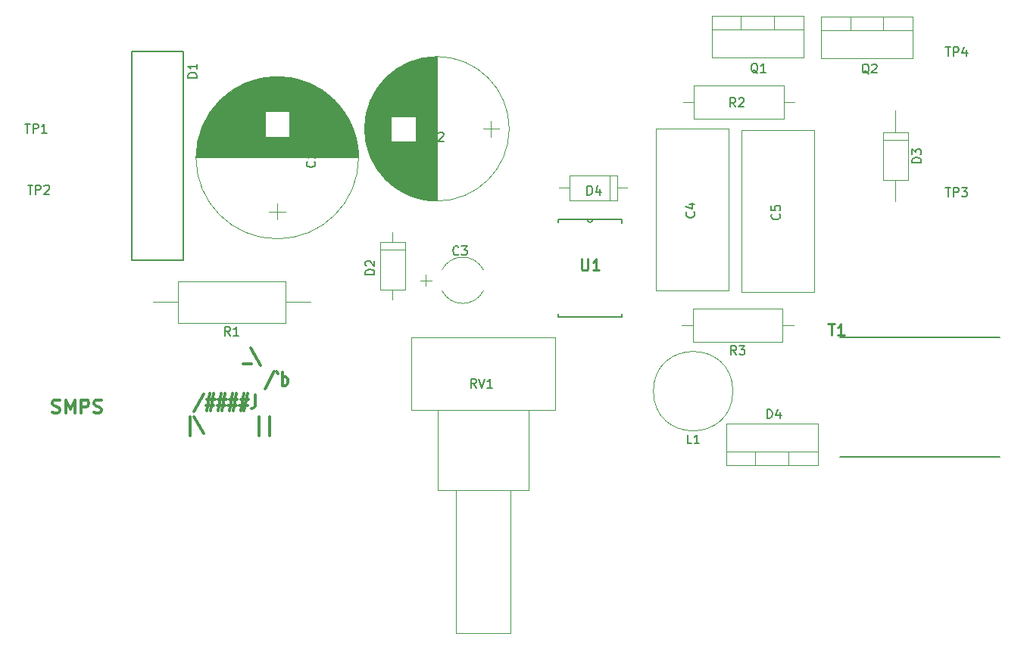
<source format=gbr>
G04 #@! TF.FileFunction,Legend,Top*
%FSLAX46Y46*%
G04 Gerber Fmt 4.6, Leading zero omitted, Abs format (unit mm)*
G04 Created by KiCad (PCBNEW 4.0.7) date 02/11/18 23:41:10*
%MOMM*%
%LPD*%
G01*
G04 APERTURE LIST*
%ADD10C,0.100000*%
%ADD11C,0.300000*%
%ADD12C,0.120000*%
%ADD13C,0.150000*%
%ADD14C,0.127000*%
%ADD15C,0.152400*%
%ADD16C,0.254000*%
G04 APERTURE END LIST*
D10*
D11*
X93558096Y-82706429D02*
X94510477Y-82706429D01*
X94391429Y-80920714D02*
X95462858Y-82849286D01*
X97040239Y-83542143D02*
X95968811Y-85470714D01*
X97278335Y-83542143D02*
X97456906Y-83756429D01*
X97933096Y-85113571D02*
X97933096Y-83613571D01*
X97933096Y-84185000D02*
X98052144Y-84113571D01*
X98290239Y-84113571D01*
X98409287Y-84185000D01*
X98468810Y-84256429D01*
X98528334Y-84399286D01*
X98528334Y-84827857D01*
X98468810Y-84970714D01*
X98409287Y-85042143D01*
X98290239Y-85113571D01*
X98052144Y-85113571D01*
X97933096Y-85042143D01*
X89153333Y-86092143D02*
X88081905Y-88020714D01*
X89510476Y-86663571D02*
X90403333Y-86663571D01*
X89867619Y-86020714D02*
X89510476Y-87949286D01*
X90284286Y-87306429D02*
X89391429Y-87306429D01*
X89927143Y-87949286D02*
X90284286Y-86020714D01*
X90760476Y-86663571D02*
X91653333Y-86663571D01*
X91117619Y-86020714D02*
X90760476Y-87949286D01*
X91534286Y-87306429D02*
X90641429Y-87306429D01*
X91177143Y-87949286D02*
X91534286Y-86020714D01*
X92010476Y-86663571D02*
X92903333Y-86663571D01*
X92367619Y-86020714D02*
X92010476Y-87949286D01*
X92784286Y-87306429D02*
X91891429Y-87306429D01*
X92427143Y-87949286D02*
X92784286Y-86020714D01*
X93260476Y-86663571D02*
X94153333Y-86663571D01*
X93617619Y-86020714D02*
X93260476Y-87949286D01*
X94034286Y-87306429D02*
X93141429Y-87306429D01*
X93677143Y-87949286D02*
X94034286Y-86020714D01*
X94927143Y-86163571D02*
X94927143Y-87235000D01*
X94867619Y-87449286D01*
X94748571Y-87592143D01*
X94570000Y-87663571D01*
X94450952Y-87663571D01*
X87605715Y-90713571D02*
X87605715Y-88570714D01*
X88081905Y-88570714D02*
X89153334Y-90499286D01*
X95343810Y-90713571D02*
X95343810Y-88570714D01*
X96534286Y-90713571D02*
X96534286Y-88570714D01*
X72230000Y-88137143D02*
X72444286Y-88208571D01*
X72801429Y-88208571D01*
X72944286Y-88137143D01*
X73015715Y-88065714D01*
X73087143Y-87922857D01*
X73087143Y-87780000D01*
X73015715Y-87637143D01*
X72944286Y-87565714D01*
X72801429Y-87494286D01*
X72515715Y-87422857D01*
X72372857Y-87351429D01*
X72301429Y-87280000D01*
X72230000Y-87137143D01*
X72230000Y-86994286D01*
X72301429Y-86851429D01*
X72372857Y-86780000D01*
X72515715Y-86708571D01*
X72872857Y-86708571D01*
X73087143Y-86780000D01*
X73730000Y-88208571D02*
X73730000Y-86708571D01*
X74230000Y-87780000D01*
X74730000Y-86708571D01*
X74730000Y-88208571D01*
X75444286Y-88208571D02*
X75444286Y-86708571D01*
X76015714Y-86708571D01*
X76158572Y-86780000D01*
X76230000Y-86851429D01*
X76301429Y-86994286D01*
X76301429Y-87208571D01*
X76230000Y-87351429D01*
X76158572Y-87422857D01*
X76015714Y-87494286D01*
X75444286Y-87494286D01*
X76872857Y-88137143D02*
X77087143Y-88208571D01*
X77444286Y-88208571D01*
X77587143Y-88137143D01*
X77658572Y-88065714D01*
X77730000Y-87922857D01*
X77730000Y-87780000D01*
X77658572Y-87637143D01*
X77587143Y-87565714D01*
X77444286Y-87494286D01*
X77158572Y-87422857D01*
X77015714Y-87351429D01*
X76944286Y-87280000D01*
X76872857Y-87137143D01*
X76872857Y-86994286D01*
X76944286Y-86851429D01*
X77015714Y-86780000D01*
X77158572Y-86708571D01*
X77515714Y-86708571D01*
X77730000Y-86780000D01*
D12*
X106460000Y-59600000D02*
G75*
G03X106460000Y-59600000I-9090000J0D01*
G01*
X88320000Y-59600000D02*
X106420000Y-59600000D01*
X88320000Y-59560000D02*
X106420000Y-59560000D01*
X88320000Y-59520000D02*
X106420000Y-59520000D01*
X88320000Y-59480000D02*
X106420000Y-59480000D01*
X88321000Y-59440000D02*
X106419000Y-59440000D01*
X88322000Y-59400000D02*
X106418000Y-59400000D01*
X88323000Y-59360000D02*
X106417000Y-59360000D01*
X88324000Y-59320000D02*
X106416000Y-59320000D01*
X88325000Y-59280000D02*
X106415000Y-59280000D01*
X88327000Y-59240000D02*
X106413000Y-59240000D01*
X88328000Y-59200000D02*
X106412000Y-59200000D01*
X88330000Y-59160000D02*
X106410000Y-59160000D01*
X88332000Y-59120000D02*
X106408000Y-59120000D01*
X88334000Y-59080000D02*
X106406000Y-59080000D01*
X88337000Y-59040000D02*
X106403000Y-59040000D01*
X88339000Y-59000000D02*
X106401000Y-59000000D01*
X88342000Y-58960000D02*
X106398000Y-58960000D01*
X88345000Y-58920000D02*
X106395000Y-58920000D01*
X88348000Y-58879000D02*
X106392000Y-58879000D01*
X88351000Y-58839000D02*
X106389000Y-58839000D01*
X88355000Y-58799000D02*
X106385000Y-58799000D01*
X88358000Y-58759000D02*
X106382000Y-58759000D01*
X88362000Y-58719000D02*
X106378000Y-58719000D01*
X88366000Y-58679000D02*
X106374000Y-58679000D01*
X88370000Y-58639000D02*
X106370000Y-58639000D01*
X88375000Y-58599000D02*
X106365000Y-58599000D01*
X88379000Y-58559000D02*
X106361000Y-58559000D01*
X88384000Y-58519000D02*
X106356000Y-58519000D01*
X88389000Y-58479000D02*
X106351000Y-58479000D01*
X88394000Y-58439000D02*
X106346000Y-58439000D01*
X88399000Y-58399000D02*
X106341000Y-58399000D01*
X88404000Y-58359000D02*
X106336000Y-58359000D01*
X88410000Y-58319000D02*
X106330000Y-58319000D01*
X88416000Y-58279000D02*
X106324000Y-58279000D01*
X88422000Y-58239000D02*
X106318000Y-58239000D01*
X88428000Y-58199000D02*
X106312000Y-58199000D01*
X88434000Y-58159000D02*
X106306000Y-58159000D01*
X88441000Y-58119000D02*
X106299000Y-58119000D01*
X88447000Y-58079000D02*
X106293000Y-58079000D01*
X88454000Y-58039000D02*
X106286000Y-58039000D01*
X88461000Y-57999000D02*
X106279000Y-57999000D01*
X88469000Y-57959000D02*
X106271000Y-57959000D01*
X88476000Y-57919000D02*
X106264000Y-57919000D01*
X88484000Y-57879000D02*
X106256000Y-57879000D01*
X88492000Y-57839000D02*
X106248000Y-57839000D01*
X88500000Y-57799000D02*
X106240000Y-57799000D01*
X88508000Y-57759000D02*
X106232000Y-57759000D01*
X88516000Y-57719000D02*
X106224000Y-57719000D01*
X88525000Y-57679000D02*
X106215000Y-57679000D01*
X88533000Y-57639000D02*
X106207000Y-57639000D01*
X88542000Y-57599000D02*
X106198000Y-57599000D01*
X88551000Y-57559000D02*
X106189000Y-57559000D01*
X88561000Y-57519000D02*
X106179000Y-57519000D01*
X88570000Y-57479000D02*
X106170000Y-57479000D01*
X88580000Y-57439000D02*
X106160000Y-57439000D01*
X88590000Y-57399000D02*
X106150000Y-57399000D01*
X88600000Y-57359000D02*
X106140000Y-57359000D01*
X88610000Y-57319000D02*
X106130000Y-57319000D01*
X88621000Y-57279000D02*
X106119000Y-57279000D01*
X88631000Y-57239000D02*
X106109000Y-57239000D01*
X88642000Y-57199000D02*
X95990000Y-57199000D01*
X98750000Y-57199000D02*
X106098000Y-57199000D01*
X88653000Y-57159000D02*
X95990000Y-57159000D01*
X98750000Y-57159000D02*
X106087000Y-57159000D01*
X88664000Y-57119000D02*
X95990000Y-57119000D01*
X98750000Y-57119000D02*
X106076000Y-57119000D01*
X88676000Y-57079000D02*
X95990000Y-57079000D01*
X98750000Y-57079000D02*
X106064000Y-57079000D01*
X88687000Y-57039000D02*
X95990000Y-57039000D01*
X98750000Y-57039000D02*
X106053000Y-57039000D01*
X88699000Y-56999000D02*
X95990000Y-56999000D01*
X98750000Y-56999000D02*
X106041000Y-56999000D01*
X88711000Y-56959000D02*
X95990000Y-56959000D01*
X98750000Y-56959000D02*
X106029000Y-56959000D01*
X88724000Y-56919000D02*
X95990000Y-56919000D01*
X98750000Y-56919000D02*
X106016000Y-56919000D01*
X88736000Y-56879000D02*
X95990000Y-56879000D01*
X98750000Y-56879000D02*
X106004000Y-56879000D01*
X88749000Y-56839000D02*
X95990000Y-56839000D01*
X98750000Y-56839000D02*
X105991000Y-56839000D01*
X88761000Y-56799000D02*
X95990000Y-56799000D01*
X98750000Y-56799000D02*
X105979000Y-56799000D01*
X88775000Y-56759000D02*
X95990000Y-56759000D01*
X98750000Y-56759000D02*
X105965000Y-56759000D01*
X88788000Y-56719000D02*
X95990000Y-56719000D01*
X98750000Y-56719000D02*
X105952000Y-56719000D01*
X88801000Y-56679000D02*
X95990000Y-56679000D01*
X98750000Y-56679000D02*
X105939000Y-56679000D01*
X88815000Y-56639000D02*
X95990000Y-56639000D01*
X98750000Y-56639000D02*
X105925000Y-56639000D01*
X88829000Y-56599000D02*
X95990000Y-56599000D01*
X98750000Y-56599000D02*
X105911000Y-56599000D01*
X88843000Y-56559000D02*
X95990000Y-56559000D01*
X98750000Y-56559000D02*
X105897000Y-56559000D01*
X88857000Y-56519000D02*
X95990000Y-56519000D01*
X98750000Y-56519000D02*
X105883000Y-56519000D01*
X88872000Y-56479000D02*
X95990000Y-56479000D01*
X98750000Y-56479000D02*
X105868000Y-56479000D01*
X88886000Y-56439000D02*
X95990000Y-56439000D01*
X98750000Y-56439000D02*
X105854000Y-56439000D01*
X88901000Y-56399000D02*
X95990000Y-56399000D01*
X98750000Y-56399000D02*
X105839000Y-56399000D01*
X88917000Y-56359000D02*
X95990000Y-56359000D01*
X98750000Y-56359000D02*
X105823000Y-56359000D01*
X88932000Y-56319000D02*
X95990000Y-56319000D01*
X98750000Y-56319000D02*
X105808000Y-56319000D01*
X88947000Y-56279000D02*
X95990000Y-56279000D01*
X98750000Y-56279000D02*
X105793000Y-56279000D01*
X88963000Y-56239000D02*
X95990000Y-56239000D01*
X98750000Y-56239000D02*
X105777000Y-56239000D01*
X88979000Y-56199000D02*
X95990000Y-56199000D01*
X98750000Y-56199000D02*
X105761000Y-56199000D01*
X88996000Y-56159000D02*
X95990000Y-56159000D01*
X98750000Y-56159000D02*
X105744000Y-56159000D01*
X89012000Y-56119000D02*
X95990000Y-56119000D01*
X98750000Y-56119000D02*
X105728000Y-56119000D01*
X89029000Y-56079000D02*
X95990000Y-56079000D01*
X98750000Y-56079000D02*
X105711000Y-56079000D01*
X89046000Y-56039000D02*
X95990000Y-56039000D01*
X98750000Y-56039000D02*
X105694000Y-56039000D01*
X89063000Y-55999000D02*
X95990000Y-55999000D01*
X98750000Y-55999000D02*
X105677000Y-55999000D01*
X89080000Y-55959000D02*
X95990000Y-55959000D01*
X98750000Y-55959000D02*
X105660000Y-55959000D01*
X89098000Y-55919000D02*
X95990000Y-55919000D01*
X98750000Y-55919000D02*
X105642000Y-55919000D01*
X89116000Y-55879000D02*
X95990000Y-55879000D01*
X98750000Y-55879000D02*
X105624000Y-55879000D01*
X89134000Y-55839000D02*
X95990000Y-55839000D01*
X98750000Y-55839000D02*
X105606000Y-55839000D01*
X89152000Y-55799000D02*
X95990000Y-55799000D01*
X98750000Y-55799000D02*
X105588000Y-55799000D01*
X89170000Y-55759000D02*
X95990000Y-55759000D01*
X98750000Y-55759000D02*
X105570000Y-55759000D01*
X89189000Y-55719000D02*
X95990000Y-55719000D01*
X98750000Y-55719000D02*
X105551000Y-55719000D01*
X89208000Y-55679000D02*
X95990000Y-55679000D01*
X98750000Y-55679000D02*
X105532000Y-55679000D01*
X89227000Y-55639000D02*
X95990000Y-55639000D01*
X98750000Y-55639000D02*
X105513000Y-55639000D01*
X89247000Y-55599000D02*
X95990000Y-55599000D01*
X98750000Y-55599000D02*
X105493000Y-55599000D01*
X89267000Y-55559000D02*
X95990000Y-55559000D01*
X98750000Y-55559000D02*
X105473000Y-55559000D01*
X89287000Y-55519000D02*
X95990000Y-55519000D01*
X98750000Y-55519000D02*
X105453000Y-55519000D01*
X89307000Y-55479000D02*
X95990000Y-55479000D01*
X98750000Y-55479000D02*
X105433000Y-55479000D01*
X89327000Y-55439000D02*
X95990000Y-55439000D01*
X98750000Y-55439000D02*
X105413000Y-55439000D01*
X89348000Y-55399000D02*
X95990000Y-55399000D01*
X98750000Y-55399000D02*
X105392000Y-55399000D01*
X89369000Y-55359000D02*
X95990000Y-55359000D01*
X98750000Y-55359000D02*
X105371000Y-55359000D01*
X89390000Y-55319000D02*
X95990000Y-55319000D01*
X98750000Y-55319000D02*
X105350000Y-55319000D01*
X89412000Y-55279000D02*
X95990000Y-55279000D01*
X98750000Y-55279000D02*
X105328000Y-55279000D01*
X89433000Y-55239000D02*
X95990000Y-55239000D01*
X98750000Y-55239000D02*
X105307000Y-55239000D01*
X89455000Y-55199000D02*
X95990000Y-55199000D01*
X98750000Y-55199000D02*
X105285000Y-55199000D01*
X89478000Y-55159000D02*
X95990000Y-55159000D01*
X98750000Y-55159000D02*
X105262000Y-55159000D01*
X89500000Y-55119000D02*
X95990000Y-55119000D01*
X98750000Y-55119000D02*
X105240000Y-55119000D01*
X89523000Y-55079000D02*
X95990000Y-55079000D01*
X98750000Y-55079000D02*
X105217000Y-55079000D01*
X89546000Y-55039000D02*
X95990000Y-55039000D01*
X98750000Y-55039000D02*
X105194000Y-55039000D01*
X89569000Y-54999000D02*
X95990000Y-54999000D01*
X98750000Y-54999000D02*
X105171000Y-54999000D01*
X89593000Y-54959000D02*
X95990000Y-54959000D01*
X98750000Y-54959000D02*
X105147000Y-54959000D01*
X89617000Y-54919000D02*
X95990000Y-54919000D01*
X98750000Y-54919000D02*
X105123000Y-54919000D01*
X89641000Y-54879000D02*
X95990000Y-54879000D01*
X98750000Y-54879000D02*
X105099000Y-54879000D01*
X89665000Y-54839000D02*
X95990000Y-54839000D01*
X98750000Y-54839000D02*
X105075000Y-54839000D01*
X89690000Y-54799000D02*
X95990000Y-54799000D01*
X98750000Y-54799000D02*
X105050000Y-54799000D01*
X89715000Y-54759000D02*
X95990000Y-54759000D01*
X98750000Y-54759000D02*
X105025000Y-54759000D01*
X89740000Y-54719000D02*
X95990000Y-54719000D01*
X98750000Y-54719000D02*
X105000000Y-54719000D01*
X89766000Y-54679000D02*
X95990000Y-54679000D01*
X98750000Y-54679000D02*
X104974000Y-54679000D01*
X89792000Y-54639000D02*
X95990000Y-54639000D01*
X98750000Y-54639000D02*
X104948000Y-54639000D01*
X89818000Y-54599000D02*
X95990000Y-54599000D01*
X98750000Y-54599000D02*
X104922000Y-54599000D01*
X89845000Y-54559000D02*
X95990000Y-54559000D01*
X98750000Y-54559000D02*
X104895000Y-54559000D01*
X89871000Y-54519000D02*
X95990000Y-54519000D01*
X98750000Y-54519000D02*
X104869000Y-54519000D01*
X89899000Y-54479000D02*
X95990000Y-54479000D01*
X98750000Y-54479000D02*
X104841000Y-54479000D01*
X89926000Y-54439000D02*
X104814000Y-54439000D01*
X89954000Y-54399000D02*
X104786000Y-54399000D01*
X89982000Y-54359000D02*
X104758000Y-54359000D01*
X90010000Y-54319000D02*
X104730000Y-54319000D01*
X90039000Y-54279000D02*
X104701000Y-54279000D01*
X90068000Y-54239000D02*
X104672000Y-54239000D01*
X90097000Y-54199000D02*
X104643000Y-54199000D01*
X90127000Y-54159000D02*
X104613000Y-54159000D01*
X90157000Y-54119000D02*
X104583000Y-54119000D01*
X90187000Y-54079000D02*
X104553000Y-54079000D01*
X90218000Y-54039000D02*
X104522000Y-54039000D01*
X90249000Y-53999000D02*
X104491000Y-53999000D01*
X90281000Y-53959000D02*
X104459000Y-53959000D01*
X90313000Y-53919000D02*
X104427000Y-53919000D01*
X90345000Y-53879000D02*
X104395000Y-53879000D01*
X90377000Y-53839000D02*
X104363000Y-53839000D01*
X90410000Y-53799000D02*
X104330000Y-53799000D01*
X90444000Y-53759000D02*
X104296000Y-53759000D01*
X90477000Y-53719000D02*
X104263000Y-53719000D01*
X90512000Y-53679000D02*
X104228000Y-53679000D01*
X90546000Y-53639000D02*
X104194000Y-53639000D01*
X90581000Y-53599000D02*
X104159000Y-53599000D01*
X90616000Y-53559000D02*
X104124000Y-53559000D01*
X90652000Y-53519000D02*
X104088000Y-53519000D01*
X90688000Y-53479000D02*
X104052000Y-53479000D01*
X90725000Y-53439000D02*
X104015000Y-53439000D01*
X90762000Y-53399000D02*
X103978000Y-53399000D01*
X90800000Y-53359000D02*
X103940000Y-53359000D01*
X90838000Y-53319000D02*
X103902000Y-53319000D01*
X90876000Y-53279000D02*
X103864000Y-53279000D01*
X90915000Y-53239000D02*
X103825000Y-53239000D01*
X90954000Y-53199000D02*
X103786000Y-53199000D01*
X90994000Y-53159000D02*
X103746000Y-53159000D01*
X91035000Y-53119000D02*
X103705000Y-53119000D01*
X91076000Y-53079000D02*
X103664000Y-53079000D01*
X91117000Y-53039000D02*
X103623000Y-53039000D01*
X91159000Y-52999000D02*
X103581000Y-52999000D01*
X91202000Y-52959000D02*
X103538000Y-52959000D01*
X91245000Y-52919000D02*
X103495000Y-52919000D01*
X91288000Y-52879000D02*
X103452000Y-52879000D01*
X91332000Y-52839000D02*
X103408000Y-52839000D01*
X91377000Y-52799000D02*
X103363000Y-52799000D01*
X91423000Y-52759000D02*
X103317000Y-52759000D01*
X91469000Y-52719000D02*
X103271000Y-52719000D01*
X91515000Y-52679000D02*
X103225000Y-52679000D01*
X91563000Y-52639000D02*
X103177000Y-52639000D01*
X91611000Y-52599000D02*
X103129000Y-52599000D01*
X91659000Y-52559000D02*
X103081000Y-52559000D01*
X91708000Y-52519000D02*
X103032000Y-52519000D01*
X91759000Y-52479000D02*
X102981000Y-52479000D01*
X91809000Y-52439000D02*
X102931000Y-52439000D01*
X91861000Y-52399000D02*
X102879000Y-52399000D01*
X91913000Y-52359000D02*
X102827000Y-52359000D01*
X91966000Y-52319000D02*
X102774000Y-52319000D01*
X92020000Y-52279000D02*
X102720000Y-52279000D01*
X92075000Y-52239000D02*
X102665000Y-52239000D01*
X92130000Y-52199000D02*
X102610000Y-52199000D01*
X92187000Y-52159000D02*
X102553000Y-52159000D01*
X92244000Y-52119000D02*
X102496000Y-52119000D01*
X92303000Y-52079000D02*
X102437000Y-52079000D01*
X92362000Y-52039000D02*
X102378000Y-52039000D01*
X92423000Y-51999000D02*
X102317000Y-51999000D01*
X92484000Y-51959000D02*
X102256000Y-51959000D01*
X92547000Y-51919000D02*
X102193000Y-51919000D01*
X92611000Y-51879000D02*
X102129000Y-51879000D01*
X92676000Y-51839000D02*
X102064000Y-51839000D01*
X92742000Y-51799000D02*
X101998000Y-51799000D01*
X92809000Y-51759000D02*
X101931000Y-51759000D01*
X92878000Y-51719000D02*
X101862000Y-51719000D01*
X92948000Y-51679000D02*
X101792000Y-51679000D01*
X93020000Y-51639000D02*
X101720000Y-51639000D01*
X93093000Y-51599000D02*
X101647000Y-51599000D01*
X93168000Y-51559000D02*
X101572000Y-51559000D01*
X93245000Y-51519000D02*
X101495000Y-51519000D01*
X93324000Y-51479000D02*
X101416000Y-51479000D01*
X93404000Y-51439000D02*
X101336000Y-51439000D01*
X93487000Y-51400000D02*
X101253000Y-51400000D01*
X93571000Y-51360000D02*
X101169000Y-51360000D01*
X93659000Y-51320000D02*
X101081000Y-51320000D01*
X93748000Y-51280000D02*
X100992000Y-51280000D01*
X93840000Y-51240000D02*
X100900000Y-51240000D01*
X93936000Y-51200000D02*
X100804000Y-51200000D01*
X94034000Y-51160000D02*
X100706000Y-51160000D01*
X94136000Y-51120000D02*
X100604000Y-51120000D01*
X94241000Y-51080000D02*
X100499000Y-51080000D01*
X94351000Y-51040000D02*
X100389000Y-51040000D01*
X94465000Y-51000000D02*
X100275000Y-51000000D01*
X94585000Y-50960000D02*
X100155000Y-50960000D01*
X94710000Y-50920000D02*
X100030000Y-50920000D01*
X94842000Y-50880000D02*
X99898000Y-50880000D01*
X94982000Y-50840000D02*
X99758000Y-50840000D01*
X95132000Y-50800000D02*
X99608000Y-50800000D01*
X95292000Y-50760000D02*
X99448000Y-50760000D01*
X95467000Y-50720000D02*
X99273000Y-50720000D01*
X95660000Y-50680000D02*
X99080000Y-50680000D01*
X95878000Y-50640000D02*
X98862000Y-50640000D01*
X96134000Y-50600000D02*
X98606000Y-50600000D01*
X96457000Y-50560000D02*
X98283000Y-50560000D01*
X96983000Y-50520000D02*
X97757000Y-50520000D01*
X97370000Y-66550000D02*
X97370000Y-64750000D01*
X96470000Y-65650000D02*
X98270000Y-65650000D01*
X120405722Y-72150277D02*
G75*
G03X115794420Y-72150000I-2305722J-1179723D01*
G01*
X120405722Y-74509723D02*
G75*
G02X115794420Y-74510000I-2305722J1179723D01*
G01*
X113400000Y-73330000D02*
X114600000Y-73330000D01*
X114000000Y-72680000D02*
X114000000Y-73980000D01*
X139710000Y-74440000D02*
X139710000Y-56320000D01*
X147830000Y-74440000D02*
X147830000Y-56320000D01*
X139710000Y-74440000D02*
X147830000Y-74440000D01*
X139710000Y-56320000D02*
X147830000Y-56320000D01*
X157380000Y-56560000D02*
X157380000Y-74680000D01*
X149260000Y-56560000D02*
X149260000Y-74680000D01*
X157380000Y-56560000D02*
X149260000Y-56560000D01*
X157380000Y-74680000D02*
X149260000Y-74680000D01*
D13*
X86890000Y-47700000D02*
X86890000Y-71100000D01*
X86890000Y-71100000D02*
X81090000Y-71100000D01*
X81090000Y-71100000D02*
X81090000Y-47700000D01*
X81090000Y-47700000D02*
X86890000Y-47700000D01*
D12*
X111660000Y-69050000D02*
X108840000Y-69050000D01*
X108840000Y-69050000D02*
X108840000Y-74370000D01*
X108840000Y-74370000D02*
X111660000Y-74370000D01*
X111660000Y-74370000D02*
X111660000Y-69050000D01*
X110250000Y-67910000D02*
X110250000Y-69050000D01*
X110250000Y-75510000D02*
X110250000Y-74370000D01*
X111660000Y-69890000D02*
X108840000Y-69890000D01*
X167890000Y-56760000D02*
X165070000Y-56760000D01*
X165070000Y-56760000D02*
X165070000Y-62080000D01*
X165070000Y-62080000D02*
X167890000Y-62080000D01*
X167890000Y-62080000D02*
X167890000Y-56760000D01*
X166480000Y-54350000D02*
X166480000Y-56760000D01*
X166480000Y-64490000D02*
X166480000Y-62080000D01*
X167890000Y-57600000D02*
X165070000Y-57600000D01*
X145940000Y-43740000D02*
X156180000Y-43740000D01*
X145940000Y-48381000D02*
X156180000Y-48381000D01*
X145940000Y-43740000D02*
X145940000Y-48381000D01*
X156180000Y-43740000D02*
X156180000Y-48381000D01*
X145940000Y-45250000D02*
X156180000Y-45250000D01*
X149210000Y-43740000D02*
X149210000Y-45250000D01*
X152911000Y-43740000D02*
X152911000Y-45250000D01*
X158150000Y-43830000D02*
X168390000Y-43830000D01*
X158150000Y-48471000D02*
X168390000Y-48471000D01*
X158150000Y-43830000D02*
X158150000Y-48471000D01*
X168390000Y-43830000D02*
X168390000Y-48471000D01*
X158150000Y-45340000D02*
X168390000Y-45340000D01*
X161420000Y-43830000D02*
X161420000Y-45340000D01*
X165121000Y-43830000D02*
X165121000Y-45340000D01*
X98290000Y-78070000D02*
X98290000Y-73450000D01*
X98290000Y-73450000D02*
X86270000Y-73450000D01*
X86270000Y-73450000D02*
X86270000Y-78070000D01*
X86270000Y-78070000D02*
X98290000Y-78070000D01*
X101060000Y-75760000D02*
X98290000Y-75760000D01*
X83500000Y-75760000D02*
X86270000Y-75760000D01*
X153990000Y-55230000D02*
X153990000Y-51510000D01*
X153990000Y-51510000D02*
X143970000Y-51510000D01*
X143970000Y-51510000D02*
X143970000Y-55230000D01*
X143970000Y-55230000D02*
X153990000Y-55230000D01*
X155220000Y-53370000D02*
X153990000Y-53370000D01*
X142740000Y-53370000D02*
X143970000Y-53370000D01*
X153860000Y-80210000D02*
X153860000Y-76490000D01*
X153860000Y-76490000D02*
X143840000Y-76490000D01*
X143840000Y-76490000D02*
X143840000Y-80210000D01*
X143840000Y-80210000D02*
X153860000Y-80210000D01*
X155090000Y-78350000D02*
X153860000Y-78350000D01*
X142610000Y-78350000D02*
X143840000Y-78350000D01*
X128450000Y-79690000D02*
X128450000Y-87810000D01*
X112330000Y-79690000D02*
X112330000Y-87810000D01*
X128450000Y-79690000D02*
X112330000Y-79690000D01*
X128450000Y-87810000D02*
X112330000Y-87810000D01*
X125450000Y-87810000D02*
X125450000Y-96810000D01*
X115330000Y-87810000D02*
X115330000Y-96810000D01*
X125450000Y-87810000D02*
X115330000Y-87810000D01*
X125450000Y-96810000D02*
X115330000Y-96810000D01*
X123450000Y-96810000D02*
X123450000Y-112810000D01*
X117330000Y-96810000D02*
X117330000Y-112810000D01*
X123450000Y-96810000D02*
X117330000Y-96810000D01*
X123450000Y-112810000D02*
X117330000Y-112810000D01*
D14*
X160310000Y-93110000D02*
X178110000Y-93110000D01*
X160310000Y-79710000D02*
X178110000Y-79710000D01*
D15*
X135896000Y-66894600D02*
X135896000Y-66539000D01*
X128784000Y-77105400D02*
X128784000Y-77461000D01*
X128784000Y-77461000D02*
X135896000Y-77461000D01*
X135896000Y-77461000D02*
X135896000Y-77105400D01*
X135896000Y-66539000D02*
X132644800Y-66539000D01*
X132644800Y-66539000D02*
X132035200Y-66539000D01*
X132035200Y-66539000D02*
X128784000Y-66539000D01*
X128784000Y-66539000D02*
X128784000Y-66869200D01*
X132035200Y-66539000D02*
G75*
G03X132644800Y-66539000I304800J0D01*
G01*
D12*
X135350000Y-64380000D02*
X135350000Y-61560000D01*
X135350000Y-61560000D02*
X130030000Y-61560000D01*
X130030000Y-61560000D02*
X130030000Y-64380000D01*
X130030000Y-64380000D02*
X135350000Y-64380000D01*
X136490000Y-62970000D02*
X135350000Y-62970000D01*
X128890000Y-62970000D02*
X130030000Y-62970000D01*
X134510000Y-64380000D02*
X134510000Y-61560000D01*
X123300000Y-56370000D02*
G75*
G03X123300000Y-56370000I-8090000J0D01*
G01*
X115210000Y-64421000D02*
X115210000Y-48319000D01*
X115170000Y-64420000D02*
X115170000Y-48320000D01*
X115130000Y-64420000D02*
X115130000Y-48320000D01*
X115090000Y-64420000D02*
X115090000Y-48320000D01*
X115050000Y-64419000D02*
X115050000Y-48321000D01*
X115010000Y-64418000D02*
X115010000Y-48322000D01*
X114970000Y-64417000D02*
X114970000Y-48323000D01*
X114930000Y-64416000D02*
X114930000Y-48324000D01*
X114890000Y-64414000D02*
X114890000Y-48326000D01*
X114850000Y-64412000D02*
X114850000Y-48328000D01*
X114810000Y-64411000D02*
X114810000Y-48329000D01*
X114770000Y-64409000D02*
X114770000Y-48331000D01*
X114730000Y-64406000D02*
X114730000Y-48334000D01*
X114690000Y-64404000D02*
X114690000Y-48336000D01*
X114650000Y-64401000D02*
X114650000Y-48339000D01*
X114610000Y-64398000D02*
X114610000Y-48342000D01*
X114570000Y-64395000D02*
X114570000Y-48345000D01*
X114530000Y-64392000D02*
X114530000Y-48348000D01*
X114489000Y-64388000D02*
X114489000Y-48352000D01*
X114449000Y-64385000D02*
X114449000Y-48355000D01*
X114409000Y-64381000D02*
X114409000Y-48359000D01*
X114369000Y-64377000D02*
X114369000Y-48363000D01*
X114329000Y-64372000D02*
X114329000Y-48368000D01*
X114289000Y-64368000D02*
X114289000Y-48372000D01*
X114249000Y-64363000D02*
X114249000Y-48377000D01*
X114209000Y-64358000D02*
X114209000Y-48382000D01*
X114169000Y-64353000D02*
X114169000Y-48387000D01*
X114129000Y-64348000D02*
X114129000Y-48392000D01*
X114089000Y-64343000D02*
X114089000Y-48397000D01*
X114049000Y-64337000D02*
X114049000Y-48403000D01*
X114009000Y-64331000D02*
X114009000Y-48409000D01*
X113969000Y-64325000D02*
X113969000Y-48415000D01*
X113929000Y-64319000D02*
X113929000Y-48421000D01*
X113889000Y-64312000D02*
X113889000Y-48428000D01*
X113849000Y-64305000D02*
X113849000Y-48435000D01*
X113809000Y-64298000D02*
X113809000Y-48442000D01*
X113769000Y-64291000D02*
X113769000Y-48449000D01*
X113729000Y-64284000D02*
X113729000Y-48456000D01*
X113689000Y-64276000D02*
X113689000Y-48464000D01*
X113649000Y-64269000D02*
X113649000Y-48471000D01*
X113609000Y-64261000D02*
X113609000Y-48479000D01*
X113569000Y-64253000D02*
X113569000Y-48487000D01*
X113529000Y-64244000D02*
X113529000Y-48496000D01*
X113489000Y-64236000D02*
X113489000Y-48504000D01*
X113449000Y-64227000D02*
X113449000Y-48513000D01*
X113409000Y-64218000D02*
X113409000Y-48522000D01*
X113369000Y-64208000D02*
X113369000Y-48532000D01*
X113329000Y-64199000D02*
X113329000Y-48541000D01*
X113289000Y-64189000D02*
X113289000Y-48551000D01*
X113249000Y-64179000D02*
X113249000Y-48561000D01*
X113209000Y-64169000D02*
X113209000Y-48571000D01*
X113169000Y-64159000D02*
X113169000Y-48581000D01*
X113129000Y-64149000D02*
X113129000Y-48591000D01*
X113089000Y-64138000D02*
X113089000Y-48602000D01*
X113049000Y-64127000D02*
X113049000Y-48613000D01*
X113009000Y-64116000D02*
X113009000Y-48624000D01*
X112969000Y-64104000D02*
X112969000Y-48636000D01*
X112929000Y-64093000D02*
X112929000Y-48647000D01*
X112889000Y-64081000D02*
X112889000Y-48659000D01*
X112849000Y-64069000D02*
X112849000Y-48671000D01*
X112809000Y-64056000D02*
X112809000Y-57750000D01*
X112809000Y-54990000D02*
X112809000Y-48684000D01*
X112769000Y-64044000D02*
X112769000Y-57750000D01*
X112769000Y-54990000D02*
X112769000Y-48696000D01*
X112729000Y-64031000D02*
X112729000Y-57750000D01*
X112729000Y-54990000D02*
X112729000Y-48709000D01*
X112689000Y-64018000D02*
X112689000Y-57750000D01*
X112689000Y-54990000D02*
X112689000Y-48722000D01*
X112649000Y-64005000D02*
X112649000Y-57750000D01*
X112649000Y-54990000D02*
X112649000Y-48735000D01*
X112609000Y-63991000D02*
X112609000Y-57750000D01*
X112609000Y-54990000D02*
X112609000Y-48749000D01*
X112569000Y-63978000D02*
X112569000Y-57750000D01*
X112569000Y-54990000D02*
X112569000Y-48762000D01*
X112529000Y-63964000D02*
X112529000Y-57750000D01*
X112529000Y-54990000D02*
X112529000Y-48776000D01*
X112489000Y-63950000D02*
X112489000Y-57750000D01*
X112489000Y-54990000D02*
X112489000Y-48790000D01*
X112449000Y-63935000D02*
X112449000Y-57750000D01*
X112449000Y-54990000D02*
X112449000Y-48805000D01*
X112409000Y-63920000D02*
X112409000Y-57750000D01*
X112409000Y-54990000D02*
X112409000Y-48820000D01*
X112369000Y-63906000D02*
X112369000Y-57750000D01*
X112369000Y-54990000D02*
X112369000Y-48834000D01*
X112329000Y-63891000D02*
X112329000Y-57750000D01*
X112329000Y-54990000D02*
X112329000Y-48849000D01*
X112289000Y-63875000D02*
X112289000Y-57750000D01*
X112289000Y-54990000D02*
X112289000Y-48865000D01*
X112249000Y-63860000D02*
X112249000Y-57750000D01*
X112249000Y-54990000D02*
X112249000Y-48880000D01*
X112209000Y-63844000D02*
X112209000Y-57750000D01*
X112209000Y-54990000D02*
X112209000Y-48896000D01*
X112169000Y-63828000D02*
X112169000Y-57750000D01*
X112169000Y-54990000D02*
X112169000Y-48912000D01*
X112129000Y-63811000D02*
X112129000Y-57750000D01*
X112129000Y-54990000D02*
X112129000Y-48929000D01*
X112089000Y-63795000D02*
X112089000Y-57750000D01*
X112089000Y-54990000D02*
X112089000Y-48945000D01*
X112049000Y-63778000D02*
X112049000Y-57750000D01*
X112049000Y-54990000D02*
X112049000Y-48962000D01*
X112009000Y-63761000D02*
X112009000Y-57750000D01*
X112009000Y-54990000D02*
X112009000Y-48979000D01*
X111969000Y-63743000D02*
X111969000Y-57750000D01*
X111969000Y-54990000D02*
X111969000Y-48997000D01*
X111929000Y-63726000D02*
X111929000Y-57750000D01*
X111929000Y-54990000D02*
X111929000Y-49014000D01*
X111889000Y-63708000D02*
X111889000Y-57750000D01*
X111889000Y-54990000D02*
X111889000Y-49032000D01*
X111849000Y-63690000D02*
X111849000Y-57750000D01*
X111849000Y-54990000D02*
X111849000Y-49050000D01*
X111809000Y-63671000D02*
X111809000Y-57750000D01*
X111809000Y-54990000D02*
X111809000Y-49069000D01*
X111769000Y-63653000D02*
X111769000Y-57750000D01*
X111769000Y-54990000D02*
X111769000Y-49087000D01*
X111729000Y-63634000D02*
X111729000Y-57750000D01*
X111729000Y-54990000D02*
X111729000Y-49106000D01*
X111689000Y-63615000D02*
X111689000Y-57750000D01*
X111689000Y-54990000D02*
X111689000Y-49125000D01*
X111649000Y-63595000D02*
X111649000Y-57750000D01*
X111649000Y-54990000D02*
X111649000Y-49145000D01*
X111609000Y-63575000D02*
X111609000Y-57750000D01*
X111609000Y-54990000D02*
X111609000Y-49165000D01*
X111569000Y-63555000D02*
X111569000Y-57750000D01*
X111569000Y-54990000D02*
X111569000Y-49185000D01*
X111529000Y-63535000D02*
X111529000Y-57750000D01*
X111529000Y-54990000D02*
X111529000Y-49205000D01*
X111489000Y-63514000D02*
X111489000Y-57750000D01*
X111489000Y-54990000D02*
X111489000Y-49226000D01*
X111449000Y-63494000D02*
X111449000Y-57750000D01*
X111449000Y-54990000D02*
X111449000Y-49246000D01*
X111409000Y-63472000D02*
X111409000Y-57750000D01*
X111409000Y-54990000D02*
X111409000Y-49268000D01*
X111369000Y-63451000D02*
X111369000Y-57750000D01*
X111369000Y-54990000D02*
X111369000Y-49289000D01*
X111329000Y-63429000D02*
X111329000Y-57750000D01*
X111329000Y-54990000D02*
X111329000Y-49311000D01*
X111289000Y-63407000D02*
X111289000Y-57750000D01*
X111289000Y-54990000D02*
X111289000Y-49333000D01*
X111249000Y-63385000D02*
X111249000Y-57750000D01*
X111249000Y-54990000D02*
X111249000Y-49355000D01*
X111209000Y-63362000D02*
X111209000Y-57750000D01*
X111209000Y-54990000D02*
X111209000Y-49378000D01*
X111169000Y-63340000D02*
X111169000Y-57750000D01*
X111169000Y-54990000D02*
X111169000Y-49400000D01*
X111129000Y-63316000D02*
X111129000Y-57750000D01*
X111129000Y-54990000D02*
X111129000Y-49424000D01*
X111089000Y-63293000D02*
X111089000Y-57750000D01*
X111089000Y-54990000D02*
X111089000Y-49447000D01*
X111049000Y-63269000D02*
X111049000Y-57750000D01*
X111049000Y-54990000D02*
X111049000Y-49471000D01*
X111009000Y-63245000D02*
X111009000Y-57750000D01*
X111009000Y-54990000D02*
X111009000Y-49495000D01*
X110969000Y-63220000D02*
X110969000Y-57750000D01*
X110969000Y-54990000D02*
X110969000Y-49520000D01*
X110929000Y-63196000D02*
X110929000Y-57750000D01*
X110929000Y-54990000D02*
X110929000Y-49544000D01*
X110889000Y-63171000D02*
X110889000Y-57750000D01*
X110889000Y-54990000D02*
X110889000Y-49569000D01*
X110849000Y-63145000D02*
X110849000Y-57750000D01*
X110849000Y-54990000D02*
X110849000Y-49595000D01*
X110809000Y-63119000D02*
X110809000Y-57750000D01*
X110809000Y-54990000D02*
X110809000Y-49621000D01*
X110769000Y-63093000D02*
X110769000Y-57750000D01*
X110769000Y-54990000D02*
X110769000Y-49647000D01*
X110729000Y-63067000D02*
X110729000Y-57750000D01*
X110729000Y-54990000D02*
X110729000Y-49673000D01*
X110689000Y-63040000D02*
X110689000Y-57750000D01*
X110689000Y-54990000D02*
X110689000Y-49700000D01*
X110649000Y-63013000D02*
X110649000Y-57750000D01*
X110649000Y-54990000D02*
X110649000Y-49727000D01*
X110609000Y-62985000D02*
X110609000Y-57750000D01*
X110609000Y-54990000D02*
X110609000Y-49755000D01*
X110569000Y-62958000D02*
X110569000Y-57750000D01*
X110569000Y-54990000D02*
X110569000Y-49782000D01*
X110529000Y-62929000D02*
X110529000Y-57750000D01*
X110529000Y-54990000D02*
X110529000Y-49811000D01*
X110489000Y-62901000D02*
X110489000Y-57750000D01*
X110489000Y-54990000D02*
X110489000Y-49839000D01*
X110449000Y-62872000D02*
X110449000Y-57750000D01*
X110449000Y-54990000D02*
X110449000Y-49868000D01*
X110409000Y-62843000D02*
X110409000Y-57750000D01*
X110409000Y-54990000D02*
X110409000Y-49897000D01*
X110369000Y-62813000D02*
X110369000Y-57750000D01*
X110369000Y-54990000D02*
X110369000Y-49927000D01*
X110329000Y-62783000D02*
X110329000Y-57750000D01*
X110329000Y-54990000D02*
X110329000Y-49957000D01*
X110289000Y-62752000D02*
X110289000Y-57750000D01*
X110289000Y-54990000D02*
X110289000Y-49988000D01*
X110249000Y-62722000D02*
X110249000Y-57750000D01*
X110249000Y-54990000D02*
X110249000Y-50018000D01*
X110209000Y-62690000D02*
X110209000Y-57750000D01*
X110209000Y-54990000D02*
X110209000Y-50050000D01*
X110169000Y-62659000D02*
X110169000Y-57750000D01*
X110169000Y-54990000D02*
X110169000Y-50081000D01*
X110129000Y-62627000D02*
X110129000Y-57750000D01*
X110129000Y-54990000D02*
X110129000Y-50113000D01*
X110089000Y-62594000D02*
X110089000Y-57750000D01*
X110089000Y-54990000D02*
X110089000Y-50146000D01*
X110049000Y-62561000D02*
X110049000Y-50179000D01*
X110009000Y-62528000D02*
X110009000Y-50212000D01*
X109969000Y-62494000D02*
X109969000Y-50246000D01*
X109929000Y-62460000D02*
X109929000Y-50280000D01*
X109889000Y-62425000D02*
X109889000Y-50315000D01*
X109849000Y-62390000D02*
X109849000Y-50350000D01*
X109809000Y-62354000D02*
X109809000Y-50386000D01*
X109769000Y-62318000D02*
X109769000Y-50422000D01*
X109729000Y-62282000D02*
X109729000Y-50458000D01*
X109689000Y-62245000D02*
X109689000Y-50495000D01*
X109649000Y-62207000D02*
X109649000Y-50533000D01*
X109609000Y-62169000D02*
X109609000Y-50571000D01*
X109569000Y-62130000D02*
X109569000Y-50610000D01*
X109529000Y-62091000D02*
X109529000Y-50649000D01*
X109489000Y-62051000D02*
X109489000Y-50689000D01*
X109449000Y-62011000D02*
X109449000Y-50729000D01*
X109409000Y-61970000D02*
X109409000Y-50770000D01*
X109369000Y-61929000D02*
X109369000Y-50811000D01*
X109329000Y-61887000D02*
X109329000Y-50853000D01*
X109289000Y-61844000D02*
X109289000Y-50896000D01*
X109249000Y-61801000D02*
X109249000Y-50939000D01*
X109209000Y-61757000D02*
X109209000Y-50983000D01*
X109169000Y-61713000D02*
X109169000Y-51027000D01*
X109129000Y-61667000D02*
X109129000Y-51073000D01*
X109089000Y-61621000D02*
X109089000Y-51119000D01*
X109049000Y-61575000D02*
X109049000Y-51165000D01*
X109009000Y-61527000D02*
X109009000Y-51213000D01*
X108969000Y-61479000D02*
X108969000Y-51261000D01*
X108929000Y-61430000D02*
X108929000Y-51310000D01*
X108889000Y-61381000D02*
X108889000Y-51359000D01*
X108849000Y-61330000D02*
X108849000Y-51410000D01*
X108809000Y-61279000D02*
X108809000Y-51461000D01*
X108769000Y-61227000D02*
X108769000Y-51513000D01*
X108729000Y-61174000D02*
X108729000Y-51566000D01*
X108689000Y-61120000D02*
X108689000Y-51620000D01*
X108649000Y-61065000D02*
X108649000Y-51675000D01*
X108609000Y-61009000D02*
X108609000Y-51731000D01*
X108569000Y-60952000D02*
X108569000Y-51788000D01*
X108529000Y-60894000D02*
X108529000Y-51846000D01*
X108489000Y-60835000D02*
X108489000Y-51905000D01*
X108449000Y-60775000D02*
X108449000Y-51965000D01*
X108409000Y-60713000D02*
X108409000Y-52027000D01*
X108369000Y-60651000D02*
X108369000Y-52089000D01*
X108329000Y-60587000D02*
X108329000Y-52153000D01*
X108289000Y-60521000D02*
X108289000Y-52219000D01*
X108249000Y-60454000D02*
X108249000Y-52286000D01*
X108209000Y-60386000D02*
X108209000Y-52354000D01*
X108169000Y-60316000D02*
X108169000Y-52424000D01*
X108129000Y-60245000D02*
X108129000Y-52495000D01*
X108089000Y-60172000D02*
X108089000Y-52568000D01*
X108049000Y-60096000D02*
X108049000Y-52644000D01*
X108009000Y-60019000D02*
X108009000Y-52721000D01*
X107969000Y-59940000D02*
X107969000Y-52800000D01*
X107929000Y-59859000D02*
X107929000Y-52881000D01*
X107889000Y-59775000D02*
X107889000Y-52965000D01*
X107849000Y-59689000D02*
X107849000Y-53051000D01*
X107809000Y-59600000D02*
X107809000Y-53140000D01*
X107769000Y-59508000D02*
X107769000Y-53232000D01*
X107729000Y-59412000D02*
X107729000Y-53328000D01*
X107689000Y-59313000D02*
X107689000Y-53427000D01*
X107649000Y-59211000D02*
X107649000Y-53529000D01*
X107609000Y-59103000D02*
X107609000Y-53637000D01*
X107569000Y-58991000D02*
X107569000Y-53749000D01*
X107529000Y-58873000D02*
X107529000Y-53867000D01*
X107489000Y-58749000D02*
X107489000Y-53991000D01*
X107449000Y-58618000D02*
X107449000Y-54122000D01*
X107409000Y-58477000D02*
X107409000Y-54263000D01*
X107369000Y-58326000D02*
X107369000Y-54414000D01*
X107329000Y-58162000D02*
X107329000Y-54578000D01*
X107289000Y-57980000D02*
X107289000Y-54760000D01*
X107249000Y-57775000D02*
X107249000Y-54965000D01*
X107209000Y-57534000D02*
X107209000Y-55206000D01*
X107169000Y-57229000D02*
X107169000Y-55511000D01*
X107129000Y-56733000D02*
X107129000Y-56007000D01*
X122160000Y-56370000D02*
X120360000Y-56370000D01*
X121260000Y-57270000D02*
X121260000Y-55470000D01*
X157790000Y-94010000D02*
X147550000Y-94010000D01*
X157790000Y-89369000D02*
X147550000Y-89369000D01*
X157790000Y-94010000D02*
X157790000Y-89369000D01*
X147550000Y-94010000D02*
X147550000Y-89369000D01*
X157790000Y-92500000D02*
X147550000Y-92500000D01*
X154520000Y-94010000D02*
X154520000Y-92500000D01*
X150819000Y-94010000D02*
X150819000Y-92500000D01*
X148300000Y-85740000D02*
G75*
G03X148300000Y-85740000I-4440000J0D01*
G01*
D13*
X101537143Y-60036666D02*
X101584762Y-60084285D01*
X101632381Y-60227142D01*
X101632381Y-60322380D01*
X101584762Y-60465238D01*
X101489524Y-60560476D01*
X101394286Y-60608095D01*
X101203810Y-60655714D01*
X101060952Y-60655714D01*
X100870476Y-60608095D01*
X100775238Y-60560476D01*
X100680000Y-60465238D01*
X100632381Y-60322380D01*
X100632381Y-60227142D01*
X100680000Y-60084285D01*
X100727619Y-60036666D01*
X101632381Y-59084285D02*
X101632381Y-59655714D01*
X101632381Y-59370000D02*
X100632381Y-59370000D01*
X100775238Y-59465238D01*
X100870476Y-59560476D01*
X100918095Y-59655714D01*
X117623334Y-70417143D02*
X117575715Y-70464762D01*
X117432858Y-70512381D01*
X117337620Y-70512381D01*
X117194762Y-70464762D01*
X117099524Y-70369524D01*
X117051905Y-70274286D01*
X117004286Y-70083810D01*
X117004286Y-69940952D01*
X117051905Y-69750476D01*
X117099524Y-69655238D01*
X117194762Y-69560000D01*
X117337620Y-69512381D01*
X117432858Y-69512381D01*
X117575715Y-69560000D01*
X117623334Y-69607619D01*
X117956667Y-69512381D02*
X118575715Y-69512381D01*
X118242381Y-69893333D01*
X118385239Y-69893333D01*
X118480477Y-69940952D01*
X118528096Y-69988571D01*
X118575715Y-70083810D01*
X118575715Y-70321905D01*
X118528096Y-70417143D01*
X118480477Y-70464762D01*
X118385239Y-70512381D01*
X118099524Y-70512381D01*
X118004286Y-70464762D01*
X117956667Y-70417143D01*
X143957143Y-65686666D02*
X144004762Y-65734285D01*
X144052381Y-65877142D01*
X144052381Y-65972380D01*
X144004762Y-66115238D01*
X143909524Y-66210476D01*
X143814286Y-66258095D01*
X143623810Y-66305714D01*
X143480952Y-66305714D01*
X143290476Y-66258095D01*
X143195238Y-66210476D01*
X143100000Y-66115238D01*
X143052381Y-65972380D01*
X143052381Y-65877142D01*
X143100000Y-65734285D01*
X143147619Y-65686666D01*
X143385714Y-64829523D02*
X144052381Y-64829523D01*
X143004762Y-65067619D02*
X143719048Y-65305714D01*
X143719048Y-64686666D01*
X153497143Y-65896666D02*
X153544762Y-65944285D01*
X153592381Y-66087142D01*
X153592381Y-66182380D01*
X153544762Y-66325238D01*
X153449524Y-66420476D01*
X153354286Y-66468095D01*
X153163810Y-66515714D01*
X153020952Y-66515714D01*
X152830476Y-66468095D01*
X152735238Y-66420476D01*
X152640000Y-66325238D01*
X152592381Y-66182380D01*
X152592381Y-66087142D01*
X152640000Y-65944285D01*
X152687619Y-65896666D01*
X152592381Y-64991904D02*
X152592381Y-65468095D01*
X153068571Y-65515714D01*
X153020952Y-65468095D01*
X152973333Y-65372857D01*
X152973333Y-65134761D01*
X153020952Y-65039523D01*
X153068571Y-64991904D01*
X153163810Y-64944285D01*
X153401905Y-64944285D01*
X153497143Y-64991904D01*
X153544762Y-65039523D01*
X153592381Y-65134761D01*
X153592381Y-65372857D01*
X153544762Y-65468095D01*
X153497143Y-65515714D01*
X88392381Y-50638095D02*
X87392381Y-50638095D01*
X87392381Y-50400000D01*
X87440000Y-50257142D01*
X87535238Y-50161904D01*
X87630476Y-50114285D01*
X87820952Y-50066666D01*
X87963810Y-50066666D01*
X88154286Y-50114285D01*
X88249524Y-50161904D01*
X88344762Y-50257142D01*
X88392381Y-50400000D01*
X88392381Y-50638095D01*
X88392381Y-49114285D02*
X88392381Y-49685714D01*
X88392381Y-49400000D02*
X87392381Y-49400000D01*
X87535238Y-49495238D01*
X87630476Y-49590476D01*
X87678095Y-49685714D01*
X108222381Y-72668095D02*
X107222381Y-72668095D01*
X107222381Y-72430000D01*
X107270000Y-72287142D01*
X107365238Y-72191904D01*
X107460476Y-72144285D01*
X107650952Y-72096666D01*
X107793810Y-72096666D01*
X107984286Y-72144285D01*
X108079524Y-72191904D01*
X108174762Y-72287142D01*
X108222381Y-72430000D01*
X108222381Y-72668095D01*
X107317619Y-71715714D02*
X107270000Y-71668095D01*
X107222381Y-71572857D01*
X107222381Y-71334761D01*
X107270000Y-71239523D01*
X107317619Y-71191904D01*
X107412857Y-71144285D01*
X107508095Y-71144285D01*
X107650952Y-71191904D01*
X108222381Y-71763333D01*
X108222381Y-71144285D01*
X169342381Y-60158095D02*
X168342381Y-60158095D01*
X168342381Y-59920000D01*
X168390000Y-59777142D01*
X168485238Y-59681904D01*
X168580476Y-59634285D01*
X168770952Y-59586666D01*
X168913810Y-59586666D01*
X169104286Y-59634285D01*
X169199524Y-59681904D01*
X169294762Y-59777142D01*
X169342381Y-59920000D01*
X169342381Y-60158095D01*
X168342381Y-59253333D02*
X168342381Y-58634285D01*
X168723333Y-58967619D01*
X168723333Y-58824761D01*
X168770952Y-58729523D01*
X168818571Y-58681904D01*
X168913810Y-58634285D01*
X169151905Y-58634285D01*
X169247143Y-58681904D01*
X169294762Y-58729523D01*
X169342381Y-58824761D01*
X169342381Y-59110476D01*
X169294762Y-59205714D01*
X169247143Y-59253333D01*
X151074762Y-50137619D02*
X150979524Y-50090000D01*
X150884286Y-49994762D01*
X150741429Y-49851905D01*
X150646190Y-49804286D01*
X150550952Y-49804286D01*
X150598571Y-50042381D02*
X150503333Y-49994762D01*
X150408095Y-49899524D01*
X150360476Y-49709048D01*
X150360476Y-49375714D01*
X150408095Y-49185238D01*
X150503333Y-49090000D01*
X150598571Y-49042381D01*
X150789048Y-49042381D01*
X150884286Y-49090000D01*
X150979524Y-49185238D01*
X151027143Y-49375714D01*
X151027143Y-49709048D01*
X150979524Y-49899524D01*
X150884286Y-49994762D01*
X150789048Y-50042381D01*
X150598571Y-50042381D01*
X151979524Y-50042381D02*
X151408095Y-50042381D01*
X151693809Y-50042381D02*
X151693809Y-49042381D01*
X151598571Y-49185238D01*
X151503333Y-49280476D01*
X151408095Y-49328095D01*
X163494762Y-50217619D02*
X163399524Y-50170000D01*
X163304286Y-50074762D01*
X163161429Y-49931905D01*
X163066190Y-49884286D01*
X162970952Y-49884286D01*
X163018571Y-50122381D02*
X162923333Y-50074762D01*
X162828095Y-49979524D01*
X162780476Y-49789048D01*
X162780476Y-49455714D01*
X162828095Y-49265238D01*
X162923333Y-49170000D01*
X163018571Y-49122381D01*
X163209048Y-49122381D01*
X163304286Y-49170000D01*
X163399524Y-49265238D01*
X163447143Y-49455714D01*
X163447143Y-49789048D01*
X163399524Y-49979524D01*
X163304286Y-50074762D01*
X163209048Y-50122381D01*
X163018571Y-50122381D01*
X163828095Y-49217619D02*
X163875714Y-49170000D01*
X163970952Y-49122381D01*
X164209048Y-49122381D01*
X164304286Y-49170000D01*
X164351905Y-49217619D01*
X164399524Y-49312857D01*
X164399524Y-49408095D01*
X164351905Y-49550952D01*
X163780476Y-50122381D01*
X164399524Y-50122381D01*
X92113334Y-79522381D02*
X91780000Y-79046190D01*
X91541905Y-79522381D02*
X91541905Y-78522381D01*
X91922858Y-78522381D01*
X92018096Y-78570000D01*
X92065715Y-78617619D01*
X92113334Y-78712857D01*
X92113334Y-78855714D01*
X92065715Y-78950952D01*
X92018096Y-78998571D01*
X91922858Y-79046190D01*
X91541905Y-79046190D01*
X93065715Y-79522381D02*
X92494286Y-79522381D01*
X92780000Y-79522381D02*
X92780000Y-78522381D01*
X92684762Y-78665238D01*
X92589524Y-78760476D01*
X92494286Y-78808095D01*
X148603334Y-53912381D02*
X148270000Y-53436190D01*
X148031905Y-53912381D02*
X148031905Y-52912381D01*
X148412858Y-52912381D01*
X148508096Y-52960000D01*
X148555715Y-53007619D01*
X148603334Y-53102857D01*
X148603334Y-53245714D01*
X148555715Y-53340952D01*
X148508096Y-53388571D01*
X148412858Y-53436190D01*
X148031905Y-53436190D01*
X148984286Y-53007619D02*
X149031905Y-52960000D01*
X149127143Y-52912381D01*
X149365239Y-52912381D01*
X149460477Y-52960000D01*
X149508096Y-53007619D01*
X149555715Y-53102857D01*
X149555715Y-53198095D01*
X149508096Y-53340952D01*
X148936667Y-53912381D01*
X149555715Y-53912381D01*
X148683334Y-81662381D02*
X148350000Y-81186190D01*
X148111905Y-81662381D02*
X148111905Y-80662381D01*
X148492858Y-80662381D01*
X148588096Y-80710000D01*
X148635715Y-80757619D01*
X148683334Y-80852857D01*
X148683334Y-80995714D01*
X148635715Y-81090952D01*
X148588096Y-81138571D01*
X148492858Y-81186190D01*
X148111905Y-81186190D01*
X149016667Y-80662381D02*
X149635715Y-80662381D01*
X149302381Y-81043333D01*
X149445239Y-81043333D01*
X149540477Y-81090952D01*
X149588096Y-81138571D01*
X149635715Y-81233810D01*
X149635715Y-81471905D01*
X149588096Y-81567143D01*
X149540477Y-81614762D01*
X149445239Y-81662381D01*
X149159524Y-81662381D01*
X149064286Y-81614762D01*
X149016667Y-81567143D01*
X119614762Y-85352381D02*
X119281428Y-84876190D01*
X119043333Y-85352381D02*
X119043333Y-84352381D01*
X119424286Y-84352381D01*
X119519524Y-84400000D01*
X119567143Y-84447619D01*
X119614762Y-84542857D01*
X119614762Y-84685714D01*
X119567143Y-84780952D01*
X119519524Y-84828571D01*
X119424286Y-84876190D01*
X119043333Y-84876190D01*
X119900476Y-84352381D02*
X120233809Y-85352381D01*
X120567143Y-84352381D01*
X121424286Y-85352381D02*
X120852857Y-85352381D01*
X121138571Y-85352381D02*
X121138571Y-84352381D01*
X121043333Y-84495238D01*
X120948095Y-84590476D01*
X120852857Y-84638095D01*
D16*
X158942381Y-78214524D02*
X159668096Y-78214524D01*
X159305239Y-79484524D02*
X159305239Y-78214524D01*
X160756667Y-79484524D02*
X160030953Y-79484524D01*
X160393810Y-79484524D02*
X160393810Y-78214524D01*
X160272858Y-78395952D01*
X160151905Y-78516905D01*
X160030953Y-78577381D01*
D13*
X69178095Y-55822381D02*
X69749524Y-55822381D01*
X69463809Y-56822381D02*
X69463809Y-55822381D01*
X70082857Y-56822381D02*
X70082857Y-55822381D01*
X70463810Y-55822381D01*
X70559048Y-55870000D01*
X70606667Y-55917619D01*
X70654286Y-56012857D01*
X70654286Y-56155714D01*
X70606667Y-56250952D01*
X70559048Y-56298571D01*
X70463810Y-56346190D01*
X70082857Y-56346190D01*
X71606667Y-56822381D02*
X71035238Y-56822381D01*
X71320952Y-56822381D02*
X71320952Y-55822381D01*
X71225714Y-55965238D01*
X71130476Y-56060476D01*
X71035238Y-56108095D01*
X69468095Y-62682381D02*
X70039524Y-62682381D01*
X69753809Y-63682381D02*
X69753809Y-62682381D01*
X70372857Y-63682381D02*
X70372857Y-62682381D01*
X70753810Y-62682381D01*
X70849048Y-62730000D01*
X70896667Y-62777619D01*
X70944286Y-62872857D01*
X70944286Y-63015714D01*
X70896667Y-63110952D01*
X70849048Y-63158571D01*
X70753810Y-63206190D01*
X70372857Y-63206190D01*
X71325238Y-62777619D02*
X71372857Y-62730000D01*
X71468095Y-62682381D01*
X71706191Y-62682381D01*
X71801429Y-62730000D01*
X71849048Y-62777619D01*
X71896667Y-62872857D01*
X71896667Y-62968095D01*
X71849048Y-63110952D01*
X71277619Y-63682381D01*
X71896667Y-63682381D01*
X172068095Y-62962381D02*
X172639524Y-62962381D01*
X172353809Y-63962381D02*
X172353809Y-62962381D01*
X172972857Y-63962381D02*
X172972857Y-62962381D01*
X173353810Y-62962381D01*
X173449048Y-63010000D01*
X173496667Y-63057619D01*
X173544286Y-63152857D01*
X173544286Y-63295714D01*
X173496667Y-63390952D01*
X173449048Y-63438571D01*
X173353810Y-63486190D01*
X172972857Y-63486190D01*
X173877619Y-62962381D02*
X174496667Y-62962381D01*
X174163333Y-63343333D01*
X174306191Y-63343333D01*
X174401429Y-63390952D01*
X174449048Y-63438571D01*
X174496667Y-63533810D01*
X174496667Y-63771905D01*
X174449048Y-63867143D01*
X174401429Y-63914762D01*
X174306191Y-63962381D01*
X174020476Y-63962381D01*
X173925238Y-63914762D01*
X173877619Y-63867143D01*
X172068095Y-47242381D02*
X172639524Y-47242381D01*
X172353809Y-48242381D02*
X172353809Y-47242381D01*
X172972857Y-48242381D02*
X172972857Y-47242381D01*
X173353810Y-47242381D01*
X173449048Y-47290000D01*
X173496667Y-47337619D01*
X173544286Y-47432857D01*
X173544286Y-47575714D01*
X173496667Y-47670952D01*
X173449048Y-47718571D01*
X173353810Y-47766190D01*
X172972857Y-47766190D01*
X174401429Y-47575714D02*
X174401429Y-48242381D01*
X174163333Y-47194762D02*
X173925238Y-47909048D01*
X174544286Y-47909048D01*
D16*
X131372381Y-70934524D02*
X131372381Y-71962619D01*
X131432857Y-72083571D01*
X131493333Y-72144048D01*
X131614286Y-72204524D01*
X131856190Y-72204524D01*
X131977143Y-72144048D01*
X132037619Y-72083571D01*
X132098095Y-71962619D01*
X132098095Y-70934524D01*
X133368095Y-72204524D02*
X132642381Y-72204524D01*
X133005238Y-72204524D02*
X133005238Y-70934524D01*
X132884286Y-71115952D01*
X132763333Y-71236905D01*
X132642381Y-71297381D01*
D13*
X132021905Y-63762381D02*
X132021905Y-62762381D01*
X132260000Y-62762381D01*
X132402858Y-62810000D01*
X132498096Y-62905238D01*
X132545715Y-63000476D01*
X132593334Y-63190952D01*
X132593334Y-63333810D01*
X132545715Y-63524286D01*
X132498096Y-63619524D01*
X132402858Y-63714762D01*
X132260000Y-63762381D01*
X132021905Y-63762381D01*
X133450477Y-63095714D02*
X133450477Y-63762381D01*
X133212381Y-62714762D02*
X132974286Y-63429048D01*
X133593334Y-63429048D01*
X115013334Y-57667143D02*
X114965715Y-57714762D01*
X114822858Y-57762381D01*
X114727620Y-57762381D01*
X114584762Y-57714762D01*
X114489524Y-57619524D01*
X114441905Y-57524286D01*
X114394286Y-57333810D01*
X114394286Y-57190952D01*
X114441905Y-57000476D01*
X114489524Y-56905238D01*
X114584762Y-56810000D01*
X114727620Y-56762381D01*
X114822858Y-56762381D01*
X114965715Y-56810000D01*
X115013334Y-56857619D01*
X115394286Y-56857619D02*
X115441905Y-56810000D01*
X115537143Y-56762381D01*
X115775239Y-56762381D01*
X115870477Y-56810000D01*
X115918096Y-56857619D01*
X115965715Y-56952857D01*
X115965715Y-57048095D01*
X115918096Y-57190952D01*
X115346667Y-57762381D01*
X115965715Y-57762381D01*
X152141905Y-88772381D02*
X152141905Y-87772381D01*
X152380000Y-87772381D01*
X152522858Y-87820000D01*
X152618096Y-87915238D01*
X152665715Y-88010476D01*
X152713334Y-88200952D01*
X152713334Y-88343810D01*
X152665715Y-88534286D01*
X152618096Y-88629524D01*
X152522858Y-88724762D01*
X152380000Y-88772381D01*
X152141905Y-88772381D01*
X153570477Y-88105714D02*
X153570477Y-88772381D01*
X153332381Y-87724762D02*
X153094286Y-88439048D01*
X153713334Y-88439048D01*
X143693334Y-91602381D02*
X143217143Y-91602381D01*
X143217143Y-90602381D01*
X144550477Y-91602381D02*
X143979048Y-91602381D01*
X144264762Y-91602381D02*
X144264762Y-90602381D01*
X144169524Y-90745238D01*
X144074286Y-90840476D01*
X143979048Y-90888095D01*
M02*

</source>
